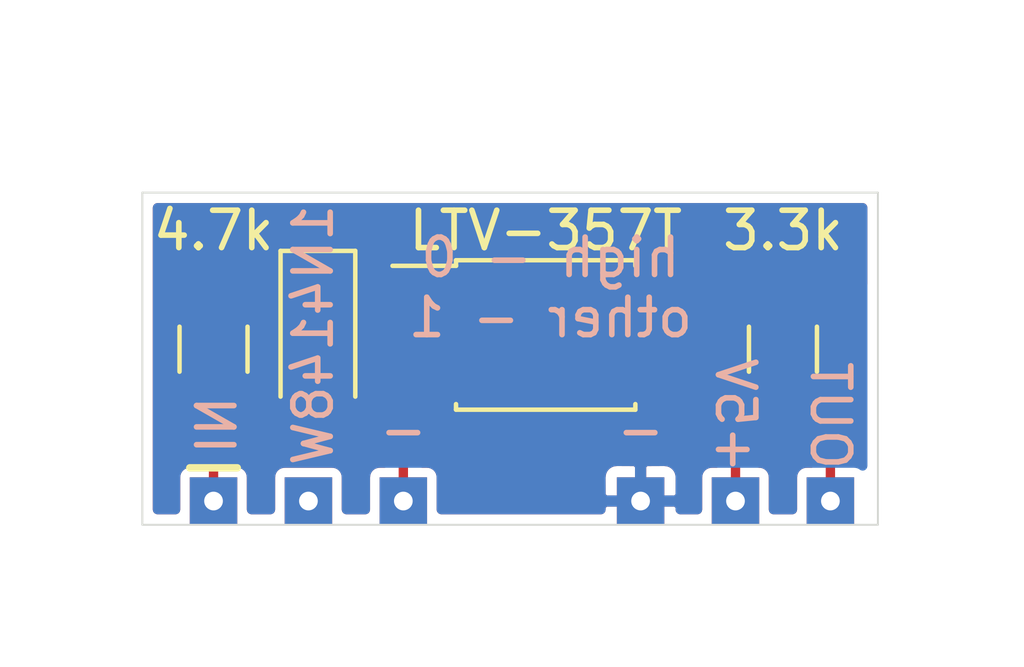
<source format=kicad_pcb>
(kicad_pcb (version 20171130) (host pcbnew 5.1.5+dfsg1-2build2)

  (general
    (thickness 0.8)
    (drawings 12)
    (tracks 19)
    (zones 0)
    (modules 5)
    (nets 8)
  )

  (page A4)
  (layers
    (0 F.Cu signal)
    (31 B.Cu signal)
    (32 B.Adhes user)
    (33 F.Adhes user)
    (34 B.Paste user)
    (35 F.Paste user)
    (36 B.SilkS user)
    (37 F.SilkS user)
    (38 B.Mask user)
    (39 F.Mask user)
    (40 Dwgs.User user)
    (41 Cmts.User user)
    (42 Eco1.User user)
    (43 Eco2.User user)
    (44 Edge.Cuts user)
    (45 Margin user)
    (46 B.CrtYd user)
    (47 F.CrtYd user)
    (48 B.Fab user)
    (49 F.Fab user)
  )

  (setup
    (last_trace_width 0.25)
    (user_trace_width 0.3)
    (trace_clearance 0.2)
    (zone_clearance 0.254)
    (zone_45_only no)
    (trace_min 0.2)
    (via_size 0.6)
    (via_drill 0.3)
    (via_min_size 0.4)
    (via_min_drill 0.3)
    (user_via 0.6 0.3)
    (uvia_size 0.3)
    (uvia_drill 0.1)
    (uvias_allowed no)
    (uvia_min_size 0.2)
    (uvia_min_drill 0.1)
    (edge_width 0.05)
    (segment_width 0.2)
    (pcb_text_width 0.3)
    (pcb_text_size 1.5 1.5)
    (mod_edge_width 0.12)
    (mod_text_size 1 1)
    (mod_text_width 0.15)
    (pad_size 1.524 1.524)
    (pad_drill 0.762)
    (pad_to_mask_clearance 0.051)
    (solder_mask_min_width 0.25)
    (aux_axis_origin 0 0)
    (visible_elements FFFFFF7F)
    (pcbplotparams
      (layerselection 0x010fc_ffffffff)
      (usegerberextensions false)
      (usegerberattributes false)
      (usegerberadvancedattributes false)
      (creategerberjobfile false)
      (excludeedgelayer true)
      (linewidth 0.100000)
      (plotframeref false)
      (viasonmask false)
      (mode 1)
      (useauxorigin false)
      (hpglpennumber 1)
      (hpglpenspeed 20)
      (hpglpendiameter 15.000000)
      (psnegative false)
      (psa4output false)
      (plotreference true)
      (plotvalue true)
      (plotinvisibletext false)
      (padsonsilk false)
      (subtractmaskfromsilk false)
      (outputformat 1)
      (mirror false)
      (drillshape 0)
      (scaleselection 1)
      (outputdirectory "gerber/"))
  )

  (net 0 "")
  (net 1 OUT)
  (net 2 +5V)
  (net 3 GND)
  (net 4 VINM)
  (net 5 "Net-(J1-Pad2)")
  (net 6 IN)
  (net 7 "Net-(D1-Pad1)")

  (net_class Default "This is the default net class."
    (clearance 0.2)
    (trace_width 0.25)
    (via_dia 0.6)
    (via_drill 0.3)
    (uvia_dia 0.3)
    (uvia_drill 0.1)
    (add_net +5V)
    (add_net GND)
    (add_net IN)
    (add_net "Net-(D1-Pad1)")
    (add_net "Net-(J1-Pad2)")
    (add_net OUT)
    (add_net VINM)
  )

  (module Diode_SMD:D_SOD-123 (layer F.Cu) (tedit 58645DC7) (tstamp 63A8640F)
    (at 131.064 106.68 270)
    (descr SOD-123)
    (tags SOD-123)
    (path /63A8696C)
    (attr smd)
    (fp_text reference D1 (at 0 -2 90) (layer F.SilkS) hide
      (effects (font (size 1 1) (thickness 0.15)))
    )
    (fp_text value 1N4148W (at 0 0.127 90) (layer B.SilkS)
      (effects (font (size 1 1) (thickness 0.15)) (justify mirror))
    )
    (fp_line (start -2.25 -1) (end 1.65 -1) (layer F.SilkS) (width 0.12))
    (fp_line (start -2.25 1) (end 1.65 1) (layer F.SilkS) (width 0.12))
    (fp_line (start -2.35 -1.15) (end -2.35 1.15) (layer F.CrtYd) (width 0.05))
    (fp_line (start 2.35 1.15) (end -2.35 1.15) (layer F.CrtYd) (width 0.05))
    (fp_line (start 2.35 -1.15) (end 2.35 1.15) (layer F.CrtYd) (width 0.05))
    (fp_line (start -2.35 -1.15) (end 2.35 -1.15) (layer F.CrtYd) (width 0.05))
    (fp_line (start -1.4 -0.9) (end 1.4 -0.9) (layer F.Fab) (width 0.1))
    (fp_line (start 1.4 -0.9) (end 1.4 0.9) (layer F.Fab) (width 0.1))
    (fp_line (start 1.4 0.9) (end -1.4 0.9) (layer F.Fab) (width 0.1))
    (fp_line (start -1.4 0.9) (end -1.4 -0.9) (layer F.Fab) (width 0.1))
    (fp_line (start -0.75 0) (end -0.35 0) (layer F.Fab) (width 0.1))
    (fp_line (start -0.35 0) (end -0.35 -0.55) (layer F.Fab) (width 0.1))
    (fp_line (start -0.35 0) (end -0.35 0.55) (layer F.Fab) (width 0.1))
    (fp_line (start -0.35 0) (end 0.25 -0.4) (layer F.Fab) (width 0.1))
    (fp_line (start 0.25 -0.4) (end 0.25 0.4) (layer F.Fab) (width 0.1))
    (fp_line (start 0.25 0.4) (end -0.35 0) (layer F.Fab) (width 0.1))
    (fp_line (start 0.25 0) (end 0.75 0) (layer F.Fab) (width 0.1))
    (fp_line (start -2.25 -1) (end -2.25 1) (layer F.SilkS) (width 0.12))
    (fp_text user %R (at 0 -2 90) (layer F.Fab) hide
      (effects (font (size 1 1) (thickness 0.15)))
    )
    (pad 2 smd rect (at 1.65 0 270) (size 0.9 1.2) (layers F.Cu F.Paste F.Mask)
      (net 4 VINM))
    (pad 1 smd rect (at -1.65 0 270) (size 0.9 1.2) (layers F.Cu F.Paste F.Mask)
      (net 7 "Net-(D1-Pad1)"))
    (model ${KISYS3DMOD}/Diode_SMD.3dshapes/D_SOD-123.wrl
      (at (xyz 0 0 0))
      (scale (xyz 1 1 1))
      (rotate (xyz 0 0 0))
    )
  )

  (module plc88:dio_channel_im (layer F.Cu) (tedit 6397394E) (tstamp 63A85C10)
    (at 135.255 108.585)
    (path /63A85DFF)
    (fp_text reference J1 (at 0 0.5) (layer F.SilkS) hide
      (effects (font (size 1 1) (thickness 0.15)))
    )
    (fp_text value dio_channel_i (at 0 -0.5) (layer F.Fab) hide
      (effects (font (size 1 1) (thickness 0.15)))
    )
    (fp_line (start -7.62 1.651) (end -6.35 1.651) (layer F.SilkS) (width 0.2))
    (fp_line (start -8.255 1.905) (end 10.795 1.905) (layer F.CrtYd) (width 0.12))
    (fp_line (start -8.255 3.175) (end -8.255 1.905) (layer F.CrtYd) (width 0.12))
    (fp_line (start 10.795 3.175) (end -8.255 3.175) (layer F.CrtYd) (width 0.12))
    (fp_line (start 10.795 1.905) (end 10.795 3.175) (layer F.CrtYd) (width 0.12))
    (pad 4 thru_hole rect (at 4.445 2.54) (size 1.27 1.27) (drill 0.5) (layers *.Cu *.Mask)
      (net 3 GND))
    (pad 6 thru_hole rect (at 9.525 2.54) (size 1.27 1.27) (drill 0.5) (layers *.Cu *.Mask)
      (net 1 OUT))
    (pad 5 thru_hole rect (at 6.985 2.54) (size 1.27 1.27) (drill 0.5) (layers *.Cu *.Mask)
      (net 2 +5V))
    (pad 3 thru_hole rect (at -1.905 2.54) (size 1.27 1.27) (drill 0.5) (layers *.Cu *.Mask)
      (net 4 VINM))
    (pad 2 thru_hole rect (at -4.445 2.54) (size 1.27 1.27) (drill 0.5) (layers *.Cu *.Mask)
      (net 5 "Net-(J1-Pad2)"))
    (pad 1 thru_hole rect (at -6.985 2.54) (size 1.27 1.27) (drill 0.5) (layers *.Cu *.Mask)
      (net 6 IN))
  )

  (module Package_SO:SO-4_4.4x3.6mm_P2.54mm (layer F.Cu) (tedit 5B1E4C51) (tstamp 6380CA20)
    (at 137.16 106.68)
    (descr "4-Lead Plastic Small Outline (SO), see https://www.elpro.org/de/index.php?controller=attachment&id_attachment=339")
    (tags "SO SOIC 2.54")
    (path /63806ECC)
    (attr smd)
    (fp_text reference U1 (at 0 -2.7) (layer F.SilkS) hide
      (effects (font (size 1 1) (thickness 0.15)))
    )
    (fp_text value LTV-357T (at 0 -2.794) (layer F.SilkS)
      (effects (font (size 1 1) (thickness 0.15)))
    )
    (fp_line (start 4.4 2.05) (end -4.4 2.05) (layer F.CrtYd) (width 0.05))
    (fp_line (start 4.4 2.05) (end 4.4 -2.05) (layer F.CrtYd) (width 0.05))
    (fp_line (start -4.4 -2.05) (end -4.4 2.05) (layer F.CrtYd) (width 0.05))
    (fp_line (start -4.4 -2.05) (end 4.4 -2.05) (layer F.CrtYd) (width 0.05))
    (fp_line (start -1.4 -1.8) (end 2.2 -1.8) (layer F.Fab) (width 0.12))
    (fp_line (start -2.2 -1) (end -1.4 -1.8) (layer F.Fab) (width 0.12))
    (fp_line (start -2.2 1.8) (end -2.2 -1) (layer F.Fab) (width 0.12))
    (fp_line (start 2.2 1.8) (end -2.2 1.8) (layer F.Fab) (width 0.12))
    (fp_line (start 2.2 -1.8) (end 2.2 1.8) (layer F.Fab) (width 0.12))
    (fp_line (start 2.4 -2) (end 2.4 -1.85) (layer F.SilkS) (width 0.12))
    (fp_line (start -2.4 -2) (end 2.4 -2) (layer F.SilkS) (width 0.12))
    (fp_line (start -2.4 -1.85) (end -2.4 -2) (layer F.SilkS) (width 0.12))
    (fp_line (start -2.4 2) (end -2.4 1.85) (layer F.SilkS) (width 0.12))
    (fp_line (start 2.4 2) (end -2.4 2) (layer F.SilkS) (width 0.12))
    (fp_line (start 2.4 1.85) (end 2.4 2) (layer F.SilkS) (width 0.12))
    (fp_text user %R (at 0 -0.065) (layer F.Fab) hide
      (effects (font (size 1 1) (thickness 0.15)))
    )
    (fp_line (start -2.4 -1.85) (end -4.1 -1.85) (layer F.SilkS) (width 0.12))
    (pad 4 smd rect (at 3.15 -1.27) (size 2 0.64) (layers F.Cu F.Paste F.Mask)
      (net 1 OUT))
    (pad 3 smd rect (at 3.15 1.27) (size 2 0.64) (layers F.Cu F.Paste F.Mask)
      (net 3 GND))
    (pad 2 smd rect (at -3.15 1.27) (size 2 0.64) (layers F.Cu F.Paste F.Mask)
      (net 4 VINM))
    (pad 1 smd rect (at -3.15 -1.27) (size 2 0.64) (layers F.Cu F.Paste F.Mask)
      (net 7 "Net-(D1-Pad1)"))
    (model ${KISYS3DMOD}/Package_SO.3dshapes/SO-4_4.4x3.6mm_P2.54mm.wrl
      (at (xyz 0 0 0))
      (scale (xyz 1 1 1))
      (rotate (xyz 0 0 0))
    )
  )

  (module Resistor_SMD:R_1206_3216Metric (layer F.Cu) (tedit 5B301BBD) (tstamp 6380CA07)
    (at 143.51 107.061 90)
    (descr "Resistor SMD 1206 (3216 Metric), square (rectangular) end terminal, IPC_7351 nominal, (Body size source: http://www.tortai-tech.com/upload/download/2011102023233369053.pdf), generated with kicad-footprint-generator")
    (tags resistor)
    (path /63807CE8)
    (attr smd)
    (fp_text reference R2 (at 0 -1.82 90) (layer F.SilkS) hide
      (effects (font (size 1 1) (thickness 0.15)))
    )
    (fp_text value 3.3k (at 3.175 0) (layer F.SilkS)
      (effects (font (size 1 1) (thickness 0.15)))
    )
    (fp_text user %R (at 0 0 90) (layer F.Fab) hide
      (effects (font (size 0.8 0.8) (thickness 0.12)))
    )
    (fp_line (start 2.28 1.12) (end -2.28 1.12) (layer F.CrtYd) (width 0.05))
    (fp_line (start 2.28 -1.12) (end 2.28 1.12) (layer F.CrtYd) (width 0.05))
    (fp_line (start -2.28 -1.12) (end 2.28 -1.12) (layer F.CrtYd) (width 0.05))
    (fp_line (start -2.28 1.12) (end -2.28 -1.12) (layer F.CrtYd) (width 0.05))
    (fp_line (start -0.602064 0.91) (end 0.602064 0.91) (layer F.SilkS) (width 0.12))
    (fp_line (start -0.602064 -0.91) (end 0.602064 -0.91) (layer F.SilkS) (width 0.12))
    (fp_line (start 1.6 0.8) (end -1.6 0.8) (layer F.Fab) (width 0.1))
    (fp_line (start 1.6 -0.8) (end 1.6 0.8) (layer F.Fab) (width 0.1))
    (fp_line (start -1.6 -0.8) (end 1.6 -0.8) (layer F.Fab) (width 0.1))
    (fp_line (start -1.6 0.8) (end -1.6 -0.8) (layer F.Fab) (width 0.1))
    (pad 2 smd roundrect (at 1.4 0 90) (size 1.25 1.75) (layers F.Cu F.Paste F.Mask) (roundrect_rratio 0.2)
      (net 1 OUT))
    (pad 1 smd roundrect (at -1.4 0 90) (size 1.25 1.75) (layers F.Cu F.Paste F.Mask) (roundrect_rratio 0.2)
      (net 2 +5V))
    (model ${KISYS3DMOD}/Resistor_SMD.3dshapes/R_1206_3216Metric.wrl
      (at (xyz 0 0 0))
      (scale (xyz 1 1 1))
      (rotate (xyz 0 0 0))
    )
  )

  (module Resistor_SMD:R_1206_3216Metric (layer F.Cu) (tedit 5B301BBD) (tstamp 6380C9F6)
    (at 128.27 107.061 270)
    (descr "Resistor SMD 1206 (3216 Metric), square (rectangular) end terminal, IPC_7351 nominal, (Body size source: http://www.tortai-tech.com/upload/download/2011102023233369053.pdf), generated with kicad-footprint-generator")
    (tags resistor)
    (path /6380775F)
    (attr smd)
    (fp_text reference R1 (at 0 -1.82 90) (layer F.SilkS) hide
      (effects (font (size 1 1) (thickness 0.15)))
    )
    (fp_text value 4.7k (at -3.175 0 180) (layer F.SilkS)
      (effects (font (size 1 1) (thickness 0.15)))
    )
    (fp_text user %R (at 0 0 90) (layer F.Fab) hide
      (effects (font (size 0.8 0.8) (thickness 0.12)))
    )
    (fp_line (start 2.28 1.12) (end -2.28 1.12) (layer F.CrtYd) (width 0.05))
    (fp_line (start 2.28 -1.12) (end 2.28 1.12) (layer F.CrtYd) (width 0.05))
    (fp_line (start -2.28 -1.12) (end 2.28 -1.12) (layer F.CrtYd) (width 0.05))
    (fp_line (start -2.28 1.12) (end -2.28 -1.12) (layer F.CrtYd) (width 0.05))
    (fp_line (start -0.602064 0.91) (end 0.602064 0.91) (layer F.SilkS) (width 0.12))
    (fp_line (start -0.602064 -0.91) (end 0.602064 -0.91) (layer F.SilkS) (width 0.12))
    (fp_line (start 1.6 0.8) (end -1.6 0.8) (layer F.Fab) (width 0.1))
    (fp_line (start 1.6 -0.8) (end 1.6 0.8) (layer F.Fab) (width 0.1))
    (fp_line (start -1.6 -0.8) (end 1.6 -0.8) (layer F.Fab) (width 0.1))
    (fp_line (start -1.6 0.8) (end -1.6 -0.8) (layer F.Fab) (width 0.1))
    (pad 2 smd roundrect (at 1.4 0 270) (size 1.25 1.75) (layers F.Cu F.Paste F.Mask) (roundrect_rratio 0.2)
      (net 6 IN))
    (pad 1 smd roundrect (at -1.4 0 270) (size 1.25 1.75) (layers F.Cu F.Paste F.Mask) (roundrect_rratio 0.2)
      (net 7 "Net-(D1-Pad1)"))
    (model ${KISYS3DMOD}/Resistor_SMD.3dshapes/R_1206_3216Metric.wrl
      (at (xyz 0 0 0))
      (scale (xyz 1 1 1))
      (rotate (xyz 0 0 0))
    )
  )

  (gr_line (start 126.365 102.87) (end 146.05 102.87) (layer Edge.Cuts) (width 0.05))
  (gr_text IN (at 128.27 109.093 270) (layer B.SilkS)
    (effects (font (size 1 1) (thickness 0.15)) (justify mirror))
  )
  (gr_text - (at 133.35 109.22) (layer B.SilkS)
    (effects (font (size 1 1) (thickness 0.15)) (justify mirror))
  )
  (gr_text - (at 139.7 109.22) (layer B.SilkS)
    (effects (font (size 1 1) (thickness 0.15)) (justify mirror))
  )
  (gr_text +5V (at 142.24 108.839 270) (layer B.SilkS)
    (effects (font (size 1 1) (thickness 0.15)) (justify mirror))
  )
  (gr_text OUT (at 144.78 108.839 270) (layer B.SilkS)
    (effects (font (size 1 1) (thickness 0.15)) (justify mirror))
  )
  (gr_text "high - 0\nother - 1" (at 137.287 105.41) (layer B.SilkS)
    (effects (font (size 1 1) (thickness 0.15)) (justify mirror))
  )
  (dimension 13.97 (width 0.15) (layer F.Fab)
    (gr_text "13,970 mm" (at 148.62 104.775 90) (layer F.Fab)
      (effects (font (size 1 1) (thickness 0.15)))
    )
    (feature1 (pts (xy 144.78 97.79) (xy 147.906421 97.79)))
    (feature2 (pts (xy 144.78 111.76) (xy 147.906421 111.76)))
    (crossbar (pts (xy 147.32 111.76) (xy 147.32 97.79)))
    (arrow1a (pts (xy 147.32 97.79) (xy 147.906421 98.916504)))
    (arrow1b (pts (xy 147.32 97.79) (xy 146.733579 98.916504)))
    (arrow2a (pts (xy 147.32 111.76) (xy 147.906421 110.633496)))
    (arrow2b (pts (xy 147.32 111.76) (xy 146.733579 110.633496)))
  )
  (dimension 19.685 (width 0.15) (layer F.Fab)
    (gr_text "19,685 mm" (at 136.2075 116.235) (layer F.Fab)
      (effects (font (size 1 1) (thickness 0.15)))
    )
    (feature1 (pts (xy 146.05 112.395) (xy 146.05 115.521421)))
    (feature2 (pts (xy 126.365 112.395) (xy 126.365 115.521421)))
    (crossbar (pts (xy 126.365 114.935) (xy 146.05 114.935)))
    (arrow1a (pts (xy 146.05 114.935) (xy 144.923496 115.521421)))
    (arrow1b (pts (xy 146.05 114.935) (xy 144.923496 114.348579)))
    (arrow2a (pts (xy 126.365 114.935) (xy 127.491504 115.521421)))
    (arrow2b (pts (xy 126.365 114.935) (xy 127.491504 114.348579)))
  )
  (gr_line (start 146.05 102.87) (end 146.05 111.76) (layer Edge.Cuts) (width 0.05) (tstamp 6380CD58))
  (gr_line (start 126.365 111.76) (end 126.365 102.87) (layer Edge.Cuts) (width 0.05))
  (gr_line (start 146.05 111.76) (end 126.365 111.76) (layer Edge.Cuts) (width 0.05))

  (segment (start 144.78 111.125) (end 144.78 109.982) (width 0.25) (layer F.Cu) (net 1))
  (segment (start 144.78 109.982) (end 145.288 109.22) (width 0.25) (layer F.Cu) (net 1))
  (segment (start 145.288 109.22) (end 145.288 105.664) (width 0.25) (layer F.Cu) (net 1))
  (segment (start 145.288 105.664) (end 143.51 105.661) (width 0.25) (layer F.Cu) (net 1))
  (segment (start 142.24 111.125) (end 142.24 109.855) (width 0.25) (layer F.Cu) (net 2))
  (segment (start 142.24 109.855) (end 143.51 109.22) (width 0.25) (layer F.Cu) (net 2))
  (segment (start 143.51 109.22) (end 143.51 108.461) (width 0.25) (layer F.Cu) (net 2))
  (segment (start 133.35 111.125) (end 133.35 109.474) (width 0.25) (layer F.Cu) (net 4))
  (segment (start 133.35 109.474) (end 133.858 108.839) (width 0.25) (layer F.Cu) (net 4))
  (segment (start 133.858 108.839) (end 134.01 107.95) (width 0.25) (layer F.Cu) (net 4))
  (segment (start 131.064 108.33) (end 131.826 108.331) (width 0.25) (layer F.Cu) (net 4))
  (segment (start 131.826 108.331) (end 133.35 109.474) (width 0.25) (layer F.Cu) (net 4))
  (segment (start 128.27 108.461) (end 128.27 111.125) (width 0.25) (layer F.Cu) (net 6))
  (segment (start 128.27 105.661) (end 129.413 105.664) (width 0.25) (layer F.Cu) (net 7))
  (segment (start 129.413 105.664) (end 130.302 106.299) (width 0.25) (layer F.Cu) (net 7))
  (segment (start 133.985 106.299) (end 134.01 105.41) (width 0.25) (layer F.Cu) (net 7))
  (segment (start 131.064 106.299) (end 131.064 105.03) (width 0.25) (layer F.Cu) (net 7))
  (segment (start 130.302 106.299) (end 131.064 106.299) (width 0.25) (layer F.Cu) (net 7))
  (segment (start 131.064 106.299) (end 133.985 106.299) (width 0.25) (layer F.Cu) (net 7))

  (zone (net 3) (net_name GND) (layer F.Cu) (tstamp 6398BC8A) (hatch edge 0.508)
    (connect_pads (clearance 0.254))
    (min_thickness 0.254)
    (fill yes (arc_segments 32) (thermal_gap 0.3) (thermal_bridge_width 0.3))
    (polygon
      (pts
        (xy 148.971 114.681) (xy 123.571 114.173) (xy 124.46 101.6) (xy 148.59 100.965)
      )
    )
    (filled_polygon
      (pts
        (xy 145.644 105.301579) (xy 145.609041 105.272888) (xy 145.571192 105.241719) (xy 145.570815 105.241517) (xy 145.570479 105.241241)
        (xy 145.526693 105.217837) (xy 145.483367 105.194584) (xy 145.482956 105.194458) (xy 145.482575 105.194255) (xy 145.434978 105.179817)
        (xy 145.388034 105.165491) (xy 145.38761 105.165449) (xy 145.387193 105.165322) (xy 145.337714 105.160449) (xy 145.313708 105.158043)
        (xy 145.313283 105.158042) (xy 145.288 105.155552) (xy 145.263569 105.157958) (xy 144.754033 105.157099) (xy 144.719671 105.043821)
        (xy 144.66119 104.934411) (xy 144.582488 104.838512) (xy 144.486589 104.75981) (xy 144.377179 104.701329) (xy 144.258462 104.665317)
        (xy 144.135 104.653157) (xy 142.885 104.653157) (xy 142.761538 104.665317) (xy 142.642821 104.701329) (xy 142.533411 104.75981)
        (xy 142.437512 104.838512) (xy 142.35881 104.934411) (xy 142.300329 105.043821) (xy 142.264317 105.162538) (xy 142.252157 105.286)
        (xy 142.252157 106.036) (xy 142.264317 106.159462) (xy 142.300329 106.278179) (xy 142.35881 106.387589) (xy 142.437512 106.483488)
        (xy 142.533411 106.56219) (xy 142.642821 106.620671) (xy 142.761538 106.656683) (xy 142.885 106.668843) (xy 144.135 106.668843)
        (xy 144.258462 106.656683) (xy 144.377179 106.620671) (xy 144.486589 106.56219) (xy 144.582488 106.483488) (xy 144.66119 106.387589)
        (xy 144.719671 106.278179) (xy 144.75276 106.169097) (xy 144.782001 106.169147) (xy 144.782 109.066796) (xy 144.37292 109.680417)
        (xy 144.357242 109.699521) (xy 144.345341 109.721786) (xy 144.345197 109.722002) (xy 144.333858 109.743269) (xy 144.310256 109.787425)
        (xy 144.310178 109.787683) (xy 144.310053 109.787917) (xy 144.29558 109.835808) (xy 144.281323 109.882807) (xy 144.281297 109.883066)
        (xy 144.281218 109.883329) (xy 144.276331 109.933491) (xy 144.274001 109.957146) (xy 144.274001 109.957405) (xy 144.271553 109.982532)
        (xy 144.274001 110.007124) (xy 144.274001 110.107157) (xy 144.145 110.107157) (xy 144.070311 110.114513) (xy 143.998492 110.136299)
        (xy 143.932304 110.171678) (xy 143.874289 110.219289) (xy 143.826678 110.277304) (xy 143.791299 110.343492) (xy 143.769513 110.415311)
        (xy 143.762157 110.49) (xy 143.762157 111.354) (xy 143.257843 111.354) (xy 143.257843 110.49) (xy 143.250487 110.415311)
        (xy 143.228701 110.343492) (xy 143.193322 110.277304) (xy 143.145711 110.219289) (xy 143.087696 110.171678) (xy 143.021508 110.136299)
        (xy 142.949689 110.114513) (xy 142.875 110.107157) (xy 142.867136 110.107157) (xy 143.697933 109.69176) (xy 143.704574 109.689745)
        (xy 143.74242 109.669516) (xy 143.75852 109.661466) (xy 143.764369 109.657784) (xy 143.792479 109.642759) (xy 143.806448 109.631295)
        (xy 143.821736 109.621671) (xy 143.844882 109.599753) (xy 143.869527 109.579527) (xy 143.880987 109.565563) (xy 143.894109 109.553137)
        (xy 143.912537 109.527119) (xy 143.932759 109.502479) (xy 143.941277 109.486543) (xy 143.95172 109.471799) (xy 143.95304 109.468843)
        (xy 144.135 109.468843) (xy 144.258462 109.456683) (xy 144.377179 109.420671) (xy 144.486589 109.36219) (xy 144.582488 109.283488)
        (xy 144.66119 109.187589) (xy 144.719671 109.078179) (xy 144.755683 108.959462) (xy 144.767843 108.836) (xy 144.767843 108.086)
        (xy 144.755683 107.962538) (xy 144.719671 107.843821) (xy 144.66119 107.734411) (xy 144.582488 107.638512) (xy 144.486589 107.55981)
        (xy 144.377179 107.501329) (xy 144.258462 107.465317) (xy 144.135 107.453157) (xy 142.885 107.453157) (xy 142.761538 107.465317)
        (xy 142.642821 107.501329) (xy 142.533411 107.55981) (xy 142.437512 107.638512) (xy 142.35881 107.734411) (xy 142.300329 107.843821)
        (xy 142.264317 107.962538) (xy 142.252157 108.086) (xy 142.252157 108.836) (xy 142.264317 108.959462) (xy 142.300329 109.078179)
        (xy 142.35881 109.187589) (xy 142.383413 109.217568) (xy 142.052072 109.383239) (xy 142.045426 109.385255) (xy 142.007559 109.405496)
        (xy 141.99148 109.413535) (xy 141.985638 109.417213) (xy 141.957522 109.432241) (xy 141.943551 109.443707) (xy 141.928264 109.45333)
        (xy 141.905119 109.475247) (xy 141.880474 109.495473) (xy 141.869014 109.509438) (xy 141.855891 109.521864) (xy 141.837462 109.547883)
        (xy 141.817242 109.572521) (xy 141.808725 109.588456) (xy 141.79828 109.603202) (xy 141.785283 109.632312) (xy 141.770256 109.660425)
        (xy 141.765012 109.677713) (xy 141.757644 109.694215) (xy 141.750573 109.725312) (xy 141.741323 109.755807) (xy 141.739553 109.773781)
        (xy 141.735545 109.791407) (xy 141.734677 109.823286) (xy 141.734001 109.830146) (xy 141.734001 109.848091) (xy 141.732831 109.891043)
        (xy 141.734001 109.897894) (xy 141.734001 110.107157) (xy 141.605 110.107157) (xy 141.530311 110.114513) (xy 141.458492 110.136299)
        (xy 141.392304 110.171678) (xy 141.334289 110.219289) (xy 141.286678 110.277304) (xy 141.251299 110.343492) (xy 141.229513 110.415311)
        (xy 141.222157 110.49) (xy 141.222157 111.354) (xy 140.762406 111.354) (xy 140.762 111.25475) (xy 140.65525 111.148)
        (xy 139.723 111.148) (xy 139.723 111.354) (xy 139.677 111.354) (xy 139.677 111.148) (xy 138.74475 111.148)
        (xy 138.638 111.25475) (xy 138.637594 111.354) (xy 134.367843 111.354) (xy 134.367843 110.49) (xy 138.635934 110.49)
        (xy 138.638 110.99525) (xy 138.74475 111.102) (xy 139.677 111.102) (xy 139.677 110.16975) (xy 139.723 110.16975)
        (xy 139.723 111.102) (xy 140.65525 111.102) (xy 140.762 110.99525) (xy 140.764066 110.49) (xy 140.755822 110.406293)
        (xy 140.731405 110.325804) (xy 140.691755 110.251624) (xy 140.638395 110.186605) (xy 140.573376 110.133245) (xy 140.499196 110.093595)
        (xy 140.418707 110.069178) (xy 140.335 110.060934) (xy 139.82975 110.063) (xy 139.723 110.16975) (xy 139.677 110.16975)
        (xy 139.57025 110.063) (xy 139.065 110.060934) (xy 138.981293 110.069178) (xy 138.900804 110.093595) (xy 138.826624 110.133245)
        (xy 138.761605 110.186605) (xy 138.708245 110.251624) (xy 138.668595 110.325804) (xy 138.644178 110.406293) (xy 138.635934 110.49)
        (xy 134.367843 110.49) (xy 134.360487 110.415311) (xy 134.338701 110.343492) (xy 134.303322 110.277304) (xy 134.255711 110.219289)
        (xy 134.197696 110.171678) (xy 134.131508 110.136299) (xy 134.059689 110.114513) (xy 133.985 110.107157) (xy 133.856 110.107157)
        (xy 133.856 109.651494) (xy 134.224304 109.191115) (xy 134.227104 109.188687) (xy 134.255409 109.152233) (xy 134.268645 109.135688)
        (xy 134.270652 109.132601) (xy 134.288233 109.109959) (xy 134.297761 109.090913) (xy 134.309367 109.073065) (xy 134.320006 109.046445)
        (xy 134.332827 109.020817) (xy 134.338453 109.000291) (xy 134.346359 108.98051) (xy 134.351601 108.952324) (xy 134.352573 108.948776)
        (xy 134.356141 108.927909) (xy 134.364582 108.882517) (xy 134.364536 108.87881) (xy 134.403171 108.652843) (xy 135.01 108.652843)
        (xy 135.084689 108.645487) (xy 135.156508 108.623701) (xy 135.222696 108.588322) (xy 135.280711 108.540711) (xy 135.328322 108.482696)
        (xy 135.363701 108.416508) (xy 135.385487 108.344689) (xy 135.392843 108.27) (xy 138.880934 108.27) (xy 138.889178 108.353707)
        (xy 138.913595 108.434196) (xy 138.953245 108.508376) (xy 139.006605 108.573395) (xy 139.071624 108.626755) (xy 139.145804 108.666405)
        (xy 139.226293 108.690822) (xy 139.31 108.699066) (xy 140.18025 108.697) (xy 140.287 108.59025) (xy 140.287 107.973)
        (xy 140.333 107.973) (xy 140.333 108.59025) (xy 140.43975 108.697) (xy 141.31 108.699066) (xy 141.393707 108.690822)
        (xy 141.474196 108.666405) (xy 141.548376 108.626755) (xy 141.613395 108.573395) (xy 141.666755 108.508376) (xy 141.706405 108.434196)
        (xy 141.730822 108.353707) (xy 141.739066 108.27) (xy 141.737 108.07975) (xy 141.63025 107.973) (xy 140.333 107.973)
        (xy 140.287 107.973) (xy 138.98975 107.973) (xy 138.883 108.07975) (xy 138.880934 108.27) (xy 135.392843 108.27)
        (xy 135.392843 107.63) (xy 138.880934 107.63) (xy 138.883 107.82025) (xy 138.98975 107.927) (xy 140.287 107.927)
        (xy 140.287 107.30975) (xy 140.333 107.30975) (xy 140.333 107.927) (xy 141.63025 107.927) (xy 141.737 107.82025)
        (xy 141.739066 107.63) (xy 141.730822 107.546293) (xy 141.706405 107.465804) (xy 141.666755 107.391624) (xy 141.613395 107.326605)
        (xy 141.548376 107.273245) (xy 141.474196 107.233595) (xy 141.393707 107.209178) (xy 141.31 107.200934) (xy 140.43975 107.203)
        (xy 140.333 107.30975) (xy 140.287 107.30975) (xy 140.18025 107.203) (xy 139.31 107.200934) (xy 139.226293 107.209178)
        (xy 139.145804 107.233595) (xy 139.071624 107.273245) (xy 139.006605 107.326605) (xy 138.953245 107.391624) (xy 138.913595 107.465804)
        (xy 138.889178 107.546293) (xy 138.880934 107.63) (xy 135.392843 107.63) (xy 135.385487 107.555311) (xy 135.363701 107.483492)
        (xy 135.328322 107.417304) (xy 135.280711 107.359289) (xy 135.222696 107.311678) (xy 135.156508 107.276299) (xy 135.084689 107.254513)
        (xy 135.01 107.247157) (xy 133.01 107.247157) (xy 132.935311 107.254513) (xy 132.863492 107.276299) (xy 132.797304 107.311678)
        (xy 132.739289 107.359289) (xy 132.691678 107.417304) (xy 132.656299 107.483492) (xy 132.634513 107.555311) (xy 132.627157 107.63)
        (xy 132.627157 108.27) (xy 132.63028 108.301711) (xy 132.138708 107.933032) (xy 132.109033 107.908613) (xy 132.07696 107.891415)
        (xy 132.046125 107.872707) (xy 132.039487 107.805311) (xy 132.017701 107.733492) (xy 131.982322 107.667304) (xy 131.934711 107.609289)
        (xy 131.876696 107.561678) (xy 131.810508 107.526299) (xy 131.738689 107.504513) (xy 131.664 107.497157) (xy 130.464 107.497157)
        (xy 130.389311 107.504513) (xy 130.317492 107.526299) (xy 130.251304 107.561678) (xy 130.193289 107.609289) (xy 130.145678 107.667304)
        (xy 130.110299 107.733492) (xy 130.088513 107.805311) (xy 130.081157 107.88) (xy 130.081157 108.78) (xy 130.088513 108.854689)
        (xy 130.110299 108.926508) (xy 130.145678 108.992696) (xy 130.193289 109.050711) (xy 130.251304 109.098322) (xy 130.317492 109.133701)
        (xy 130.389311 109.155487) (xy 130.464 109.162843) (xy 131.664 109.162843) (xy 131.738689 109.155487) (xy 131.810508 109.133701)
        (xy 131.876696 109.098322) (xy 131.934711 109.050711) (xy 131.937596 109.047196) (xy 132.844001 109.727) (xy 132.844001 110.107157)
        (xy 132.715 110.107157) (xy 132.640311 110.114513) (xy 132.568492 110.136299) (xy 132.502304 110.171678) (xy 132.444289 110.219289)
        (xy 132.396678 110.277304) (xy 132.361299 110.343492) (xy 132.339513 110.415311) (xy 132.332157 110.49) (xy 132.332157 111.354)
        (xy 131.827843 111.354) (xy 131.827843 110.49) (xy 131.820487 110.415311) (xy 131.798701 110.343492) (xy 131.763322 110.277304)
        (xy 131.715711 110.219289) (xy 131.657696 110.171678) (xy 131.591508 110.136299) (xy 131.519689 110.114513) (xy 131.445 110.107157)
        (xy 130.175 110.107157) (xy 130.100311 110.114513) (xy 130.028492 110.136299) (xy 129.962304 110.171678) (xy 129.904289 110.219289)
        (xy 129.856678 110.277304) (xy 129.821299 110.343492) (xy 129.799513 110.415311) (xy 129.792157 110.49) (xy 129.792157 111.354)
        (xy 129.287843 111.354) (xy 129.287843 110.49) (xy 129.280487 110.415311) (xy 129.258701 110.343492) (xy 129.223322 110.277304)
        (xy 129.175711 110.219289) (xy 129.117696 110.171678) (xy 129.051508 110.136299) (xy 128.979689 110.114513) (xy 128.905 110.107157)
        (xy 128.776 110.107157) (xy 128.776 109.468843) (xy 128.895 109.468843) (xy 129.018462 109.456683) (xy 129.137179 109.420671)
        (xy 129.246589 109.36219) (xy 129.342488 109.283488) (xy 129.42119 109.187589) (xy 129.479671 109.078179) (xy 129.515683 108.959462)
        (xy 129.527843 108.836) (xy 129.527843 108.086) (xy 129.515683 107.962538) (xy 129.479671 107.843821) (xy 129.42119 107.734411)
        (xy 129.342488 107.638512) (xy 129.246589 107.55981) (xy 129.137179 107.501329) (xy 129.018462 107.465317) (xy 128.895 107.453157)
        (xy 127.645 107.453157) (xy 127.521538 107.465317) (xy 127.402821 107.501329) (xy 127.293411 107.55981) (xy 127.197512 107.638512)
        (xy 127.11881 107.734411) (xy 127.060329 107.843821) (xy 127.024317 107.962538) (xy 127.012157 108.086) (xy 127.012157 108.836)
        (xy 127.024317 108.959462) (xy 127.060329 109.078179) (xy 127.11881 109.187589) (xy 127.197512 109.283488) (xy 127.293411 109.36219)
        (xy 127.402821 109.420671) (xy 127.521538 109.456683) (xy 127.645 109.468843) (xy 127.764 109.468843) (xy 127.764001 110.107157)
        (xy 127.635 110.107157) (xy 127.560311 110.114513) (xy 127.488492 110.136299) (xy 127.422304 110.171678) (xy 127.364289 110.219289)
        (xy 127.316678 110.277304) (xy 127.281299 110.343492) (xy 127.259513 110.415311) (xy 127.252157 110.49) (xy 127.252157 111.354)
        (xy 126.771 111.354) (xy 126.771 105.286) (xy 127.012157 105.286) (xy 127.012157 106.036) (xy 127.024317 106.159462)
        (xy 127.060329 106.278179) (xy 127.11881 106.387589) (xy 127.197512 106.483488) (xy 127.293411 106.56219) (xy 127.402821 106.620671)
        (xy 127.521538 106.656683) (xy 127.645 106.668843) (xy 128.895 106.668843) (xy 129.018462 106.656683) (xy 129.137179 106.620671)
        (xy 129.246589 106.56219) (xy 129.342488 106.483488) (xy 129.42119 106.387589) (xy 129.458292 106.318177) (xy 129.994107 106.700902)
        (xy 130.019521 106.721759) (xy 130.056522 106.741536) (xy 130.092865 106.762445) (xy 130.1004 106.76499) (xy 130.107425 106.768745)
        (xy 130.147575 106.780924) (xy 130.187298 106.794341) (xy 130.195192 106.795368) (xy 130.202807 106.797678) (xy 130.244551 106.80179)
        (xy 130.286138 106.8072) (xy 130.318935 106.805) (xy 131.039146 106.805) (xy 131.064 106.807448) (xy 131.088854 106.805)
        (xy 133.953011 106.805) (xy 133.970708 106.807247) (xy 134.002725 106.805) (xy 134.009854 106.805) (xy 134.027526 106.803259)
        (xy 134.070135 106.800269) (xy 134.077052 106.798381) (xy 134.084193 106.797678) (xy 134.1251 106.785269) (xy 134.166293 106.774028)
        (xy 134.172706 106.770829) (xy 134.179575 106.768745) (xy 134.217281 106.748591) (xy 134.255483 106.729532) (xy 134.26115 106.725142)
        (xy 134.267479 106.721759) (xy 134.300523 106.694641) (xy 134.334278 106.668491) (xy 134.33898 106.663079) (xy 134.344527 106.658527)
        (xy 134.371641 106.625488) (xy 134.399651 106.593251) (xy 134.403207 106.587025) (xy 134.407759 106.581479) (xy 134.427912 106.543776)
        (xy 134.449089 106.506702) (xy 134.451361 106.499906) (xy 134.454745 106.493575) (xy 134.467157 106.452657) (xy 134.480692 106.412171)
        (xy 134.481595 106.40506) (xy 134.483678 106.398193) (xy 134.487867 106.355661) (xy 134.490101 106.338068) (xy 134.490301 106.330949)
        (xy 134.493448 106.299) (xy 134.491699 106.281243) (xy 134.496435 106.112843) (xy 135.01 106.112843) (xy 135.084689 106.105487)
        (xy 135.156508 106.083701) (xy 135.222696 106.048322) (xy 135.280711 106.000711) (xy 135.328322 105.942696) (xy 135.363701 105.876508)
        (xy 135.385487 105.804689) (xy 135.392843 105.73) (xy 135.392843 105.09) (xy 138.927157 105.09) (xy 138.927157 105.73)
        (xy 138.934513 105.804689) (xy 138.956299 105.876508) (xy 138.991678 105.942696) (xy 139.039289 106.000711) (xy 139.097304 106.048322)
        (xy 139.163492 106.083701) (xy 139.235311 106.105487) (xy 139.31 106.112843) (xy 141.31 106.112843) (xy 141.384689 106.105487)
        (xy 141.456508 106.083701) (xy 141.522696 106.048322) (xy 141.580711 106.000711) (xy 141.628322 105.942696) (xy 141.663701 105.876508)
        (xy 141.685487 105.804689) (xy 141.692843 105.73) (xy 141.692843 105.09) (xy 141.685487 105.015311) (xy 141.663701 104.943492)
        (xy 141.628322 104.877304) (xy 141.580711 104.819289) (xy 141.522696 104.771678) (xy 141.456508 104.736299) (xy 141.384689 104.714513)
        (xy 141.31 104.707157) (xy 139.31 104.707157) (xy 139.235311 104.714513) (xy 139.163492 104.736299) (xy 139.097304 104.771678)
        (xy 139.039289 104.819289) (xy 138.991678 104.877304) (xy 138.956299 104.943492) (xy 138.934513 105.015311) (xy 138.927157 105.09)
        (xy 135.392843 105.09) (xy 135.385487 105.015311) (xy 135.363701 104.943492) (xy 135.328322 104.877304) (xy 135.280711 104.819289)
        (xy 135.222696 104.771678) (xy 135.156508 104.736299) (xy 135.084689 104.714513) (xy 135.01 104.707157) (xy 133.01 104.707157)
        (xy 132.935311 104.714513) (xy 132.863492 104.736299) (xy 132.797304 104.771678) (xy 132.739289 104.819289) (xy 132.691678 104.877304)
        (xy 132.656299 104.943492) (xy 132.634513 105.015311) (xy 132.627157 105.09) (xy 132.627157 105.73) (xy 132.633362 105.793)
        (xy 131.883181 105.793) (xy 131.934711 105.750711) (xy 131.982322 105.692696) (xy 132.017701 105.626508) (xy 132.039487 105.554689)
        (xy 132.046843 105.48) (xy 132.046843 104.58) (xy 132.039487 104.505311) (xy 132.017701 104.433492) (xy 131.982322 104.367304)
        (xy 131.934711 104.309289) (xy 131.876696 104.261678) (xy 131.810508 104.226299) (xy 131.738689 104.204513) (xy 131.664 104.197157)
        (xy 130.464 104.197157) (xy 130.389311 104.204513) (xy 130.317492 104.226299) (xy 130.251304 104.261678) (xy 130.193289 104.309289)
        (xy 130.145678 104.367304) (xy 130.110299 104.433492) (xy 130.088513 104.505311) (xy 130.081157 104.58) (xy 130.081157 105.48)
        (xy 130.085334 105.522414) (xy 129.721442 105.262491) (xy 129.696587 105.241984) (xy 129.659046 105.221791) (xy 129.622134 105.200555)
        (xy 129.615231 105.198223) (xy 129.608807 105.194768) (xy 129.568071 105.182295) (xy 129.527701 105.168659) (xy 129.520466 105.167718)
        (xy 129.51606 105.166369) (xy 129.515683 105.162538) (xy 129.479671 105.043821) (xy 129.42119 104.934411) (xy 129.342488 104.838512)
        (xy 129.246589 104.75981) (xy 129.137179 104.701329) (xy 129.018462 104.665317) (xy 128.895 104.653157) (xy 127.645 104.653157)
        (xy 127.521538 104.665317) (xy 127.402821 104.701329) (xy 127.293411 104.75981) (xy 127.197512 104.838512) (xy 127.11881 104.934411)
        (xy 127.060329 105.043821) (xy 127.024317 105.162538) (xy 127.012157 105.286) (xy 126.771 105.286) (xy 126.771 103.276)
        (xy 145.644 103.276)
      )
    )
  )
  (zone (net 3) (net_name GND) (layer B.Cu) (tstamp 6398BC87) (hatch edge 0.508)
    (connect_pads (clearance 0.254))
    (min_thickness 0.254)
    (fill yes (arc_segments 32) (thermal_gap 0.3) (thermal_bridge_width 0.3))
    (polygon
      (pts
        (xy 147.447 114.046) (xy 122.555 113.538) (xy 124.079 102.362) (xy 147.701 102.235)
      )
    )
    (filled_polygon
      (pts
        (xy 145.644001 110.185059) (xy 145.627696 110.171678) (xy 145.561508 110.136299) (xy 145.489689 110.114513) (xy 145.415 110.107157)
        (xy 144.145 110.107157) (xy 144.070311 110.114513) (xy 143.998492 110.136299) (xy 143.932304 110.171678) (xy 143.874289 110.219289)
        (xy 143.826678 110.277304) (xy 143.791299 110.343492) (xy 143.769513 110.415311) (xy 143.762157 110.49) (xy 143.762157 111.354)
        (xy 143.257843 111.354) (xy 143.257843 110.49) (xy 143.250487 110.415311) (xy 143.228701 110.343492) (xy 143.193322 110.277304)
        (xy 143.145711 110.219289) (xy 143.087696 110.171678) (xy 143.021508 110.136299) (xy 142.949689 110.114513) (xy 142.875 110.107157)
        (xy 141.605 110.107157) (xy 141.530311 110.114513) (xy 141.458492 110.136299) (xy 141.392304 110.171678) (xy 141.334289 110.219289)
        (xy 141.286678 110.277304) (xy 141.251299 110.343492) (xy 141.229513 110.415311) (xy 141.222157 110.49) (xy 141.222157 111.354)
        (xy 140.762406 111.354) (xy 140.762 111.25475) (xy 140.65525 111.148) (xy 139.723 111.148) (xy 139.723 111.354)
        (xy 139.677 111.354) (xy 139.677 111.148) (xy 138.74475 111.148) (xy 138.638 111.25475) (xy 138.637594 111.354)
        (xy 134.367843 111.354) (xy 134.367843 110.49) (xy 138.635934 110.49) (xy 138.638 110.99525) (xy 138.74475 111.102)
        (xy 139.677 111.102) (xy 139.677 110.16975) (xy 139.723 110.16975) (xy 139.723 111.102) (xy 140.65525 111.102)
        (xy 140.762 110.99525) (xy 140.764066 110.49) (xy 140.755822 110.406293) (xy 140.731405 110.325804) (xy 140.691755 110.251624)
        (xy 140.638395 110.186605) (xy 140.573376 110.133245) (xy 140.499196 110.093595) (xy 140.418707 110.069178) (xy 140.335 110.060934)
        (xy 139.82975 110.063) (xy 139.723 110.16975) (xy 139.677 110.16975) (xy 139.57025 110.063) (xy 139.065 110.060934)
        (xy 138.981293 110.069178) (xy 138.900804 110.093595) (xy 138.826624 110.133245) (xy 138.761605 110.186605) (xy 138.708245 110.251624)
        (xy 138.668595 110.325804) (xy 138.644178 110.406293) (xy 138.635934 110.49) (xy 134.367843 110.49) (xy 134.360487 110.415311)
        (xy 134.338701 110.343492) (xy 134.303322 110.277304) (xy 134.255711 110.219289) (xy 134.197696 110.171678) (xy 134.131508 110.136299)
        (xy 134.059689 110.114513) (xy 133.985 110.107157) (xy 132.715 110.107157) (xy 132.640311 110.114513) (xy 132.568492 110.136299)
        (xy 132.502304 110.171678) (xy 132.444289 110.219289) (xy 132.396678 110.277304) (xy 132.361299 110.343492) (xy 132.339513 110.415311)
        (xy 132.332157 110.49) (xy 132.332157 111.354) (xy 131.827843 111.354) (xy 131.827843 110.49) (xy 131.820487 110.415311)
        (xy 131.798701 110.343492) (xy 131.763322 110.277304) (xy 131.715711 110.219289) (xy 131.657696 110.171678) (xy 131.591508 110.136299)
        (xy 131.519689 110.114513) (xy 131.445 110.107157) (xy 130.175 110.107157) (xy 130.100311 110.114513) (xy 130.028492 110.136299)
        (xy 129.962304 110.171678) (xy 129.904289 110.219289) (xy 129.856678 110.277304) (xy 129.821299 110.343492) (xy 129.799513 110.415311)
        (xy 129.792157 110.49) (xy 129.792157 111.354) (xy 129.287843 111.354) (xy 129.287843 110.49) (xy 129.280487 110.415311)
        (xy 129.258701 110.343492) (xy 129.223322 110.277304) (xy 129.175711 110.219289) (xy 129.117696 110.171678) (xy 129.051508 110.136299)
        (xy 128.979689 110.114513) (xy 128.905 110.107157) (xy 127.635 110.107157) (xy 127.560311 110.114513) (xy 127.488492 110.136299)
        (xy 127.422304 110.171678) (xy 127.364289 110.219289) (xy 127.316678 110.277304) (xy 127.281299 110.343492) (xy 127.259513 110.415311)
        (xy 127.252157 110.49) (xy 127.252157 111.354) (xy 126.771 111.354) (xy 126.771 103.276) (xy 145.644 103.276)
      )
    )
  )
)

</source>
